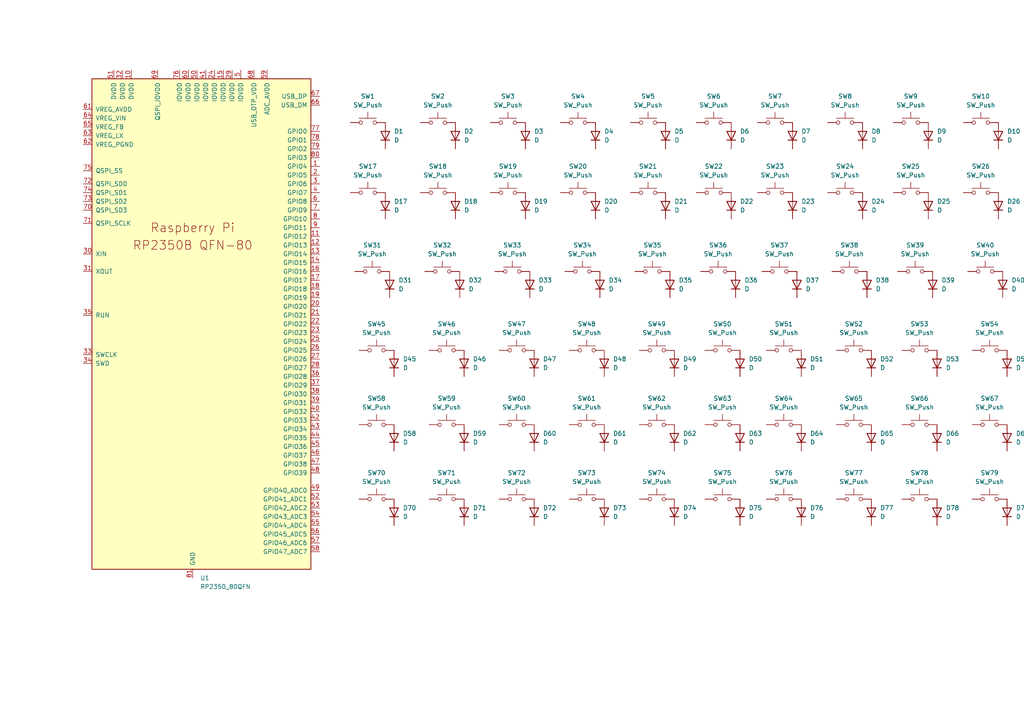
<source format=kicad_sch>
(kicad_sch (version 20250114) (generator "eeschema") (generator_version "9.0")
  (paper "A4")
  (lib_symbols
    (symbol "Device:D" (pin_numbers (hide yes)) (pin_names (offset 1.016) (hide yes))
      (property "Reference" "D" (at 0 2.54 0))
      (property "Value" "D" (at 0 -2.54 0))
      (symbol "D_0_1"
        (polyline (pts (xy -1.27 1.27) (xy -1.27 -1.27)) (stroke (width 0.254)))
        (polyline (pts (xy 1.27 1.27) (xy 1.27 -1.27) (xy -1.27 0) (xy 1.27 1.27)) (stroke (width 0.254)))
        (polyline (pts (xy 1.27 0) (xy -1.27 0)))
      )
      (symbol "D_1_1"
        (pin passive line (at -3.81 0 0) (length 2.54) (name "K") (number "1"))
        (pin passive line (at 3.81 0 180) (length 2.54) (name "A") (number "2"))
      )
    )
    (symbol "MCU_RaspberryPi_RP2350:RP2350_80QFN" (pin_names (offset 1.016))
      (property "Reference" "U" (at -29.21 49.53 0))
      (property "Value" "RP2350_80QFN" (at 25.4 -96.52 0))
      (symbol "RP2350_80QFN_0_0"
        (text "Raspberry Pi" (at 0 5.08 0) (effects (font (size 2.54 2.54))))
      )
      (symbol "RP2350_80QFN_0_1"
        (rectangle (start -29.21 48.26) (end 34.29 -93.98) (stroke (width 0.254)) (fill (type background)))
      )
      (symbol "RP2350_80QFN_1_0"
        (text "RP2350B QFN-80" (at 0 0 0) (effects (font (size 2.54 2.54))))
      )
      (symbol "RP2350_80QFN_1_1"
        (pin power_in line (at -31.75 39.37 0) (length 2.54) (name "VREG_AVDD") (number "61"))
        (pin power_in line (at -31.75 36.83 0) (length 2.54) (name "VREG_VIN") (number "64"))
        (pin input line (at -31.75 34.29 0) (length 2.54) (name "VREG_FB") (number "65"))
        (pin power_out line (at -31.75 31.75 0) (length 2.54) (name "VREG_LX") (number "63"))
        (pin power_in line (at -31.75 29.21 0) (length 2.54) (name "VREG_PGND") (number "62"))
        (pin bidirectional line (at -31.75 21.59 0) (length 2.54) (name "QSPI_SS") (number "75"))
        (pin bidirectional line (at -31.75 17.78 0) (length 2.54) (name "QSPI_SD0") (number "72"))
        (pin bidirectional line (at -31.75 15.24 0) (length 2.54) (name "QSPI_SD1") (number "74"))
        (pin bidirectional line (at -31.75 12.7 0) (length 2.54) (name "QSPI_SD2") (number "73"))
        (pin bidirectional line (at -31.75 10.16 0) (length 2.54) (name "QSPI_SD3") (number "70"))
        (pin output line (at -31.75 6.35 0) (length 2.54) (name "QSPI_SCLK") (number "71"))
        (pin input line (at -31.75 -2.54 0) (length 2.54) (name "XIN") (number "30"))
        (pin passive line (at -31.75 -7.62 0) (length 2.54) (name "XOUT") (number "31"))
        (pin input line (at -31.75 -20.32 0) (length 2.54) (name "RUN") (number "35"))
        (pin output line (at -31.75 -31.75 0) (length 2.54) (name "SWCLK") (number "33"))
        (pin bidirectional line (at -31.75 -34.29 0) (length 2.54) (name "SWD") (number "34"))
        (pin power_in line (at -22.86 50.8 270) (length 2.54) (name "DVDD") (number "51"))
        (pin power_in line (at -20.32 50.8 270) (length 2.54) (name "DVDD") (number "32"))
        (pin power_in line (at -17.78 50.8 270) (length 2.54) (name "DVDD") (number "10"))
        (pin power_in line (at -10.16 50.8 270) (length 2.54) (name "QSPI_IOVDD") (number "69"))
        (pin power_in line (at -3.81 50.8 270) (length 2.54) (name "IOVDD") (number "76"))
        (pin power_in line (at -1.27 50.8 270) (length 2.54) (name "IOVDD") (number "60"))
        (pin power_in line (at 0 -96.52 90) (length 2.54) (name "GND") (number "81"))
        (pin power_in line (at 1.27 50.8 270) (length 2.54) (name "IOVDD") (number "50"))
        (pin power_in line (at 3.81 50.8 270) (length 2.54) (name "IOVDD") (number "41"))
        (pin power_in line (at 6.35 50.8 270) (length 2.54) (name "IOVDD") (number "24"))
        (pin power_in line (at 8.89 50.8 270) (length 2.54) (name "IOVDD") (number "15"))
        (pin power_in line (at 11.43 50.8 270) (length 2.54) (name "IOVDD") (number "29"))
        (pin power_in line (at 13.97 50.8 270) (length 2.54) (name "IOVDD") (number "5"))
        (pin power_in line (at 17.78 50.8 270) (length 2.54) (name "USB_OTP_VDD") (number "68"))
        (pin power_in line (at 21.59 50.8 270) (length 2.54) (name "ADC_AVDD") (number "59"))
        (pin bidirectional line (at 36.83 43.18 180) (length 2.54) (name "USB_DP") (number "67"))
        (pin bidirectional line (at 36.83 40.64 180) (length 2.54) (name "USB_DM") (number "66"))
        (pin bidirectional line (at 36.83 33.02 180) (length 2.54) (name "GPIO0") (number "77"))
        (pin bidirectional line (at 36.83 30.48 180) (length 2.54) (name "GPIO1") (number "78"))
        (pin bidirectional line (at 36.83 27.94 180) (length 2.54) (name "GPIO2") (number "79"))
        (pin bidirectional line (at 36.83 25.4 180) (length 2.54) (name "GPIO3") (number "80"))
        (pin bidirectional line (at 36.83 22.86 180) (length 2.54) (name "GPIO4") (number "1"))
        (pin bidirectional line (at 36.83 20.32 180) (length 2.54) (name "GPIO5") (number "2"))
        (pin bidirectional line (at 36.83 17.78 180) (length 2.54) (name "GPIO6") (number "3"))
        (pin bidirectional line (at 36.83 15.24 180) (length 2.54) (name "GPIO7") (number "4"))
        (pin bidirectional line (at 36.83 12.7 180) (length 2.54) (name "GPIO8") (number "6"))
        (pin bidirectional line (at 36.83 10.16 180) (length 2.54) (name "GPIO9") (number "7"))
        (pin bidirectional line (at 36.83 7.62 180) (length 2.54) (name "GPIO10") (number "8"))
        (pin bidirectional line (at 36.83 5.08 180) (length 2.54) (name "GPIO11") (number "9"))
        (pin bidirectional line (at 36.83 2.54 180) (length 2.54) (name "GPIO12") (number "11"))
        (pin bidirectional line (at 36.83 0 180) (length 2.54) (name "GPIO13") (number "12"))
        (pin bidirectional line (at 36.83 -2.54 180) (length 2.54) (name "GPIO14") (number "13"))
        (pin bidirectional line (at 36.83 -5.08 180) (length 2.54) (name "GPIO15") (number "14"))
        (pin bidirectional line (at 36.83 -7.62 180) (length 2.54) (name "GPIO16") (number "16"))
        (pin bidirectional line (at 36.83 -10.16 180) (length 2.54) (name "GPIO17") (number "17"))
        (pin bidirectional line (at 36.83 -12.7 180) (length 2.54) (name "GPIO18") (number "18"))
        (pin bidirectional line (at 36.83 -15.24 180) (length 2.54) (name "GPIO19") (number "19"))
        (pin bidirectional line (at 36.83 -17.78 180) (length 2.54) (name "GPIO20") (number "20"))
        (pin bidirectional line (at 36.83 -20.32 180) (length 2.54) (name "GPIO21") (number "21"))
        (pin bidirectional line (at 36.83 -22.86 180) (length 2.54) (name "GPIO22") (number "22"))
        (pin bidirectional line (at 36.83 -25.4 180) (length 2.54) (name "GPIO23") (number "23"))
        (pin bidirectional line (at 36.83 -27.94 180) (length 2.54) (name "GPIO24") (number "25"))
        (pin bidirectional line (at 36.83 -30.48 180) (length 2.54) (name "GPIO25") (number "26"))
        (pin bidirectional line (at 36.83 -33.02 180) (length 2.54) (name "GPIO26") (number "27"))
        (pin bidirectional line (at 36.83 -35.56 180) (length 2.54) (name "GPIO27") (number "28"))
        (pin bidirectional line (at 36.83 -38.1 180) (length 2.54) (name "GPIO28") (number "36"))
        (pin bidirectional line (at 36.83 -40.64 180) (length 2.54) (name "GPIO29") (number "37"))
        (pin bidirectional line (at 36.83 -43.18 180) (length 2.54) (name "GPIO30") (number "38"))
        (pin bidirectional line (at 36.83 -45.72 180) (length 2.54) (name "GPIO31") (number "39"))
        (pin bidirectional line (at 36.83 -48.26 180) (length 2.54) (name "GPIO32") (number "40"))
        (pin bidirectional line (at 36.83 -50.8 180) (length 2.54) (name "GPIO33") (number "42"))
        (pin bidirectional line (at 36.83 -53.34 180) (length 2.54) (name "GPIO34") (number "43"))
        (pin bidirectional line (at 36.83 -55.88 180) (length 2.54) (name "GPIO35") (number "44"))
        (pin bidirectional line (at 36.83 -58.42 180) (length 2.54) (name "GPIO36") (number "45"))
        (pin bidirectional line (at 36.83 -60.96 180) (length 2.54) (name "GPIO37") (number "46"))
        (pin bidirectional line (at 36.83 -63.5 180) (length 2.54) (name "GPIO38") (number "47"))
        (pin bidirectional line (at 36.83 -66.04 180) (length 2.54) (name "GPIO39") (number "48"))
        (pin bidirectional line (at 36.83 -71.12 180) (length 2.54) (name "GPIO40_ADC0") (number "49"))
        (pin bidirectional line (at 36.83 -73.66 180) (length 2.54) (name "GPIO41_ADC1") (number "52"))
        (pin bidirectional line (at 36.83 -76.2 180) (length 2.54) (name "GPIO42_ADC2") (number "53"))
        (pin bidirectional line (at 36.83 -78.74 180) (length 2.54) (name "GPIO43_ADC3") (number "54"))
        (pin bidirectional line (at 36.83 -81.28 180) (length 2.54) (name "GPIO44_ADC4") (number "55"))
        (pin bidirectional line (at 36.83 -83.82 180) (length 2.54) (name "GPIO45_ADC5") (number "56"))
        (pin bidirectional line (at 36.83 -86.36 180) (length 2.54) (name "GPIO46_ADC6") (number "57"))
        (pin bidirectional line (at 36.83 -88.9 180) (length 2.54) (name "GPIO47_ADC7") (number "58"))
      )
    )
    (symbol "Switch:SW_Push" (pin_numbers (hide yes)) (pin_names (offset 1.016) (hide yes))
      (property "Reference" "SW" (at 1.27 2.54 0))
      (property "Value" "SW_Push" (at 0 -1.524 0))
      (symbol "SW_Push_0_1"
        (circle (center -2.032 0) (radius 0.508))
        (polyline (pts (xy 0 1.27) (xy 0 3.048)))
        (circle (center 2.032 0) (radius 0.508))
        (polyline (pts (xy 2.54 1.27) (xy -2.54 1.27)))
        (pin passive line (at -5.08 0 0) (length 2.54) (name "1") (number "1"))
        (pin passive line (at 5.08 0 180) (length 2.54) (name "2") (number "2"))
      )
    )
  )
  (symbol (lib_id "Switch:SW_Push") (at 127 55.88 0) (unit 1)
    (property "Reference" "SW18" (at 127 48.26 0))
    (property "Value" "SW_Push" (at 127 50.8 0))
    (property "Description" "Push button switch, generic, two pins" (effects (hide yes)))
  )
  (symbol (lib_id "Switch:SW_Push") (at 147.32 35.56 0) (unit 1)
    (property "Reference" "SW3" (at 147.32 27.94 0))
    (property "Value" "SW_Push" (at 147.32 30.48 0))
    (property "Description" "Push button switch, generic, two pins" (effects (hide yes)))
  )
  (symbol (lib_id "Switch:SW_Push") (at 266.7 144.78 0) (unit 1)
    (property "Reference" "SW78" (at 266.7 137.16 0))
    (property "Value" "SW_Push" (at 266.7 139.7 0))
    (property "Description" "Push button switch, generic, two pins" (effects (hide yes)))
  )
  (symbol (lib_id "Switch:SW_Push") (at 308.61 144.78 0) (unit 1)
    (property "Reference" "SW80" (at 308.61 137.16 0))
    (property "Value" "SW_Push" (at 308.61 139.7 0))
    (property "Description" "Push button switch, generic, two pins" (effects (hide yes)))
  )
  (symbol (lib_id "Device:D") (at 331.47 39.37 90) (unit 1)
    (property "Reference" "D12" (at 334.01 38.0999 90) (effects (justify right)))
    (property "Value" "D" (at 334.01 40.6399 90) (effects (justify right)))
    (property "Description" "Diode" (effects (hide yes)))
    (property "Sim.Device" "D" (effects (hide yes)))
    (property "Sim.Pins" "1=K 2=A" (effects (hide yes)))
  )
  (symbol (lib_id "Device:D") (at 175.26 127 90) (unit 1)
    (property "Reference" "D61" (at 177.8 125.7299 90) (effects (justify right)))
    (property "Value" "D" (at 177.8 128.2699 90) (effects (justify right)))
    (property "Description" "Diode" (effects (hide yes)))
    (property "Sim.Device" "D" (effects (hide yes)))
    (property "Sim.Pins" "1=K 2=A" (effects (hide yes)))
  )
  (symbol (lib_id "Switch:SW_Push") (at 266.7 123.19 0) (unit 1)
    (property "Reference" "SW66" (at 266.7 115.57 0))
    (property "Value" "SW_Push" (at 266.7 118.11 0))
    (property "Description" "Push button switch, generic, two pins" (effects (hide yes)))
  )
  (symbol (lib_id "Switch:SW_Push") (at 308.61 123.19 0) (unit 1)
    (property "Reference" "SW68" (at 308.61 115.57 0))
    (property "Value" "SW_Push" (at 308.61 118.11 0))
    (property "Description" "Push button switch, generic, two pins" (effects (hide yes)))
  )
  (symbol (lib_id "Device:D") (at 271.78 105.41 90) (unit 1)
    (property "Reference" "D53" (at 274.32 104.1399 90) (effects (justify right)))
    (property "Value" "D" (at 274.32 106.6799 90) (effects (justify right)))
    (property "Description" "Diode" (effects (hide yes)))
    (property "Sim.Device" "D" (effects (hide yes)))
    (property "Sim.Pins" "1=K 2=A" (effects (hide yes)))
  )
  (symbol (lib_id "Device:D") (at 289.56 59.69 90) (unit 1)
    (property "Reference" "D26" (at 292.1 58.4199 90) (effects (justify right)))
    (property "Value" "D" (at 292.1 60.9599 90) (effects (justify right)))
    (property "Description" "Diode" (effects (hide yes)))
    (property "Sim.Device" "D" (effects (hide yes)))
    (property "Sim.Pins" "1=K 2=A" (effects (hide yes)))
  )
  (symbol (lib_id "Device:D") (at 111.76 59.69 90) (unit 1)
    (property "Reference" "D17" (at 114.3 58.4199 90) (effects (justify right)))
    (property "Value" "D" (at 114.3 60.9599 90) (effects (justify right)))
    (property "Description" "Diode" (effects (hide yes)))
    (property "Sim.Device" "D" (effects (hide yes)))
    (property "Sim.Pins" "1=K 2=A" (effects (hide yes)))
  )
  (symbol (lib_id "Device:D") (at 271.78 127 90) (unit 1)
    (property "Reference" "D66" (at 274.32 125.7299 90) (effects (justify right)))
    (property "Value" "D" (at 274.32 128.2699 90) (effects (justify right)))
    (property "Description" "Diode" (effects (hide yes)))
    (property "Sim.Device" "D" (effects (hide yes)))
    (property "Sim.Pins" "1=K 2=A" (effects (hide yes)))
  )
  (symbol (lib_id "Device:D") (at 134.62 148.59 90) (unit 1)
    (property "Reference" "D71" (at 137.16 147.3199 90) (effects (justify right)))
    (property "Value" "D" (at 137.16 149.8599 90) (effects (justify right)))
    (property "Description" "Diode" (effects (hide yes)))
    (property "Sim.Device" "D" (effects (hide yes)))
    (property "Sim.Pins" "1=K 2=A" (effects (hide yes)))
  )
  (symbol (lib_id "Switch:SW_Push") (at 327.66 78.74 0) (unit 1)
    (property "Reference" "SW42" (at 327.66 71.12 0))
    (property "Value" "SW_Push" (at 327.66 73.66 0))
    (property "Description" "Push button switch, generic, two pins" (effects (hide yes)))
  )
  (symbol (lib_id "Switch:SW_Push") (at 328.93 101.6 0) (unit 1)
    (property "Reference" "SW56" (at 328.93 93.98 0))
    (property "Value" "SW_Push" (at 328.93 96.52 0))
    (property "Description" "Push button switch, generic, two pins" (effects (hide yes)))
  )
  (symbol (lib_id "Switch:SW_Push") (at 264.16 55.88 0) (unit 1)
    (property "Reference" "SW25" (at 264.16 48.26 0))
    (property "Value" "SW_Push" (at 264.16 50.8 0))
    (property "Description" "Push button switch, generic, two pins" (effects (hide yes)))
  )
  (symbol (lib_id "Switch:SW_Push") (at 226.06 78.74 0) (unit 1)
    (property "Reference" "SW37" (at 226.06 71.12 0))
    (property "Value" "SW_Push" (at 226.06 73.66 0))
    (property "Description" "Push button switch, generic, two pins" (effects (hide yes)))
  )
  (symbol (lib_id "Device:D") (at 214.63 105.41 90) (unit 1)
    (property "Reference" "D50" (at 217.17 104.1399 90) (effects (justify right)))
    (property "Value" "D" (at 217.17 106.6799 90) (effects (justify right)))
    (property "Description" "Diode" (effects (hide yes)))
    (property "Sim.Device" "D" (effects (hide yes)))
    (property "Sim.Pins" "1=K 2=A" (effects (hide yes)))
  )
  (symbol (lib_id "Device:D") (at 332.74 82.55 90) (unit 1)
    (property "Reference" "D42" (at 335.28 81.2799 90) (effects (justify right)))
    (property "Value" "D" (at 335.28 83.8199 90) (effects (justify right)))
    (property "Description" "Diode" (effects (hide yes)))
    (property "Sim.Device" "D" (effects (hide yes)))
    (property "Sim.Pins" "1=K 2=A" (effects (hide yes)))
  )
  (symbol (lib_id "Device:D") (at 175.26 105.41 90) (unit 1)
    (property "Reference" "D48" (at 177.8 104.1399 90) (effects (justify right)))
    (property "Value" "D" (at 177.8 106.6799 90) (effects (justify right)))
    (property "Description" "Diode" (effects (hide yes)))
    (property "Sim.Device" "D" (effects (hide yes)))
    (property "Sim.Pins" "1=K 2=A" (effects (hide yes)))
  )
  (symbol (lib_id "Switch:SW_Push") (at 326.39 35.56 0) (unit 1)
    (property "Reference" "SW12" (at 326.39 27.94 0))
    (property "Value" "SW_Push" (at 326.39 30.48 0))
    (property "Description" "Push button switch, generic, two pins" (effects (hide yes)))
  )
  (symbol (lib_id "Device:D") (at 214.63 148.59 90) (unit 1)
    (property "Reference" "D75" (at 217.17 147.3199 90) (effects (justify right)))
    (property "Value" "D" (at 217.17 149.8599 90) (effects (justify right)))
    (property "Description" "Diode" (effects (hide yes)))
    (property "Sim.Device" "D" (effects (hide yes)))
    (property "Sim.Pins" "1=K 2=A" (effects (hide yes)))
  )
  (symbol (lib_id "Device:D") (at 252.73 148.59 90) (unit 1)
    (property "Reference" "D77" (at 255.27 147.3199 90) (effects (justify right)))
    (property "Value" "D" (at 255.27 149.8599 90) (effects (justify right)))
    (property "Description" "Diode" (effects (hide yes)))
    (property "Sim.Device" "D" (effects (hide yes)))
    (property "Sim.Pins" "1=K 2=A" (effects (hide yes)))
  )
  (symbol (lib_id "Switch:SW_Push") (at 247.65 101.6 0) (unit 1)
    (property "Reference" "SW52" (at 247.65 93.98 0))
    (property "Value" "SW_Push" (at 247.65 96.52 0))
    (property "Description" "Push button switch, generic, two pins" (effects (hide yes)))
  )
  (symbol (lib_id "Device:D") (at 289.56 39.37 90) (unit 1)
    (property "Reference" "D10" (at 292.1 38.0999 90) (effects (justify right)))
    (property "Value" "D" (at 292.1 40.6399 90) (effects (justify right)))
    (property "Description" "Diode" (effects (hide yes)))
    (property "Sim.Device" "D" (effects (hide yes)))
    (property "Sim.Pins" "1=K 2=A" (effects (hide yes)))
  )
  (symbol (lib_id "Device:D") (at 414.02 39.37 90) (unit 1)
    (property "Reference" "D16" (at 416.56 38.0999 90) (effects (justify right)))
    (property "Value" "D" (at 416.56 40.6399 90) (effects (justify right)))
    (property "Description" "Diode" (effects (hide yes)))
    (property "Sim.Device" "D" (effects (hide yes)))
    (property "Sim.Pins" "1=K 2=A" (effects (hide yes)))
  )
  (symbol (lib_id "Device:D") (at 195.58 127 90) (unit 1)
    (property "Reference" "D62" (at 198.12 125.7299 90) (effects (justify right)))
    (property "Value" "D" (at 198.12 128.2699 90) (effects (justify right)))
    (property "Description" "Diode" (effects (hide yes)))
    (property "Sim.Device" "D" (effects (hide yes)))
    (property "Sim.Pins" "1=K 2=A" (effects (hide yes)))
  )
  (symbol (lib_id "Switch:SW_Push") (at 245.11 35.56 0) (unit 1)
    (property "Reference" "SW8" (at 245.11 27.94 0))
    (property "Value" "SW_Push" (at 245.11 30.48 0))
    (property "Description" "Push button switch, generic, two pins" (effects (hide yes)))
  )
  (symbol (lib_id "Device:D") (at 334.01 105.41 90) (unit 1)
    (property "Reference" "D56" (at 336.55 104.1399 90) (effects (justify right)))
    (property "Value" "D" (at 336.55 106.6799 90) (effects (justify right)))
    (property "Description" "Diode" (effects (hide yes)))
    (property "Sim.Device" "D" (effects (hide yes)))
    (property "Sim.Pins" "1=K 2=A" (effects (hide yes)))
  )
  (symbol (lib_id "Device:D") (at 154.94 148.59 90) (unit 1)
    (property "Reference" "D72" (at 157.48 147.3199 90) (effects (justify right)))
    (property "Value" "D" (at 157.48 149.8599 90) (effects (justify right)))
    (property "Description" "Diode" (effects (hide yes)))
    (property "Sim.Device" "D" (effects (hide yes)))
    (property "Sim.Pins" "1=K 2=A" (effects (hide yes)))
  )
  (symbol (lib_id "Switch:SW_Push") (at 264.16 35.56 0) (unit 1)
    (property "Reference" "SW9" (at 264.16 27.94 0))
    (property "Value" "SW_Push" (at 264.16 30.48 0))
    (property "Description" "Push button switch, generic, two pins" (effects (hide yes)))
  )
  (symbol (lib_id "Switch:SW_Push") (at 266.7 101.6 0) (unit 1)
    (property "Reference" "SW53" (at 266.7 93.98 0))
    (property "Value" "SW_Push" (at 266.7 96.52 0))
    (property "Description" "Push button switch, generic, two pins" (effects (hide yes)))
  )
  (symbol (lib_id "Switch:SW_Push") (at 147.32 55.88 0) (unit 1)
    (property "Reference" "SW19" (at 147.32 48.26 0))
    (property "Value" "SW_Push" (at 147.32 50.8 0))
    (property "Description" "Push button switch, generic, two pins" (effects (hide yes)))
  )
  (symbol (lib_id "Switch:SW_Push") (at 224.79 35.56 0) (unit 1)
    (property "Reference" "SW7" (at 224.79 27.94 0))
    (property "Value" "SW_Push" (at 224.79 30.48 0))
    (property "Description" "Push button switch, generic, two pins" (effects (hide yes)))
  )
  (symbol (lib_id "Switch:SW_Push") (at 346.71 55.88 0) (unit 1)
    (property "Reference" "SW29" (at 346.71 48.26 0))
    (property "Value" "SW_Push" (at 346.71 50.8 0))
    (property "Description" "Push button switch, generic, two pins" (effects (hide yes)))
  )
  (symbol (lib_id "Switch:SW_Push") (at 208.28 78.74 0) (unit 1)
    (property "Reference" "SW36" (at 208.28 71.12 0))
    (property "Value" "SW_Push" (at 208.28 73.66 0))
    (property "Description" "Push button switch, generic, two pins" (effects (hide yes)))
  )
  (symbol (lib_id "Switch:SW_Push") (at 167.64 35.56 0) (unit 1)
    (property "Reference" "SW4" (at 167.64 27.94 0))
    (property "Value" "SW_Push" (at 167.64 30.48 0))
    (property "Description" "Push button switch, generic, two pins" (effects (hide yes)))
  )
  (symbol (lib_id "Device:D") (at 351.79 39.37 90) (unit 1)
    (property "Reference" "D13" (at 354.33 38.0999 90) (effects (justify right)))
    (property "Value" "D" (at 354.33 40.6399 90) (effects (justify right)))
    (property "Description" "Diode" (effects (hide yes)))
    (property "Sim.Device" "D" (effects (hide yes)))
    (property "Sim.Pins" "1=K 2=A" (effects (hide yes)))
  )
  (symbol (lib_id "Switch:SW_Push") (at 308.61 101.6 0) (unit 1)
    (property "Reference" "SW55" (at 308.61 93.98 0))
    (property "Value" "SW_Push" (at 308.61 96.52 0))
    (property "Description" "Push button switch, generic, two pins" (effects (hide yes)))
  )
  (symbol (lib_id "Switch:SW_Push") (at 170.18 123.19 0) (unit 1)
    (property "Reference" "SW61" (at 170.18 115.57 0))
    (property "Value" "SW_Push" (at 170.18 118.11 0))
    (property "Description" "Push button switch, generic, two pins" (effects (hide yes)))
  )
  (symbol (lib_id "Device:D") (at 290.83 82.55 90) (unit 1)
    (property "Reference" "D40" (at 293.37 81.2799 90) (effects (justify right)))
    (property "Value" "D" (at 293.37 83.8199 90) (effects (justify right)))
    (property "Description" "Diode" (effects (hide yes)))
    (property "Sim.Device" "D" (effects (hide yes)))
    (property "Sim.Pins" "1=K 2=A" (effects (hide yes)))
  )
  (symbol (lib_id "Device:D") (at 229.87 59.69 90) (unit 1)
    (property "Reference" "D23" (at 232.41 58.4199 90) (effects (justify right)))
    (property "Value" "D" (at 232.41 60.9599 90) (effects (justify right)))
    (property "Description" "Diode" (effects (hide yes)))
    (property "Sim.Device" "D" (effects (hide yes)))
    (property "Sim.Pins" "1=K 2=A" (effects (hide yes)))
  )
  (symbol (lib_id "Device:D") (at 353.06 82.55 90) (unit 1)
    (property "Reference" "D43" (at 355.6 81.2799 90) (effects (justify right)))
    (property "Value" "D" (at 355.6 83.8199 90) (effects (justify right)))
    (property "Description" "Diode" (effects (hide yes)))
    (property "Sim.Device" "D" (effects (hide yes)))
    (property "Sim.Pins" "1=K 2=A" (effects (hide yes)))
  )
  (symbol (lib_id "Device:D") (at 313.69 127 90) (unit 1)
    (property "Reference" "D68" (at 316.23 125.7299 90) (effects (justify right)))
    (property "Value" "D" (at 316.23 128.2699 90) (effects (justify right)))
    (property "Description" "Diode" (effects (hide yes)))
    (property "Sim.Device" "D" (effects (hide yes)))
    (property "Sim.Pins" "1=K 2=A" (effects (hide yes)))
  )
  (symbol (lib_id "Switch:SW_Push") (at 190.5 123.19 0) (unit 1)
    (property "Reference" "SW62" (at 190.5 115.57 0))
    (property "Value" "SW_Push" (at 190.5 118.11 0))
    (property "Description" "Push button switch, generic, two pins" (effects (hide yes)))
  )
  (symbol (lib_id "Device:D") (at 292.1 105.41 90) (unit 1)
    (property "Reference" "D54" (at 294.64 104.1399 90) (effects (justify right)))
    (property "Value" "D" (at 294.64 106.6799 90) (effects (justify right)))
    (property "Description" "Diode" (effects (hide yes)))
    (property "Sim.Device" "D" (effects (hide yes)))
    (property "Sim.Pins" "1=K 2=A" (effects (hide yes)))
  )
  (symbol (lib_id "Device:D") (at 354.33 105.41 90) (unit 1)
    (property "Reference" "D57" (at 356.87 104.1399 90) (effects (justify right)))
    (property "Value" "D" (at 356.87 106.6799 90) (effects (justify right)))
    (property "Description" "Diode" (effects (hide yes)))
    (property "Sim.Device" "D" (effects (hide yes)))
    (property "Sim.Pins" "1=K 2=A" (effects (hide yes)))
  )
  (symbol (lib_id "Device:D") (at 154.94 127 90) (unit 1)
    (property "Reference" "D60" (at 157.48 125.7299 90) (effects (justify right)))
    (property "Value" "D" (at 157.48 128.2699 90) (effects (justify right)))
    (property "Description" "Diode" (effects (hide yes)))
    (property "Sim.Device" "D" (effects (hide yes)))
    (property "Sim.Pins" "1=K 2=A" (effects (hide yes)))
  )
  (symbol (lib_id "Switch:SW_Push") (at 109.22 123.19 0) (unit 1)
    (property "Reference" "SW58" (at 109.22 115.57 0))
    (property "Value" "SW_Push" (at 109.22 118.11 0))
    (property "Description" "Push button switch, generic, two pins" (effects (hide yes)))
  )
  (symbol (lib_id "Switch:SW_Push") (at 227.33 144.78 0) (unit 1)
    (property "Reference" "SW76" (at 227.33 137.16 0))
    (property "Value" "SW_Push" (at 227.33 139.7 0))
    (property "Description" "Push button switch, generic, two pins" (effects (hide yes)))
  )
  (symbol (lib_id "Switch:SW_Push") (at 408.94 35.56 0) (unit 1)
    (property "Reference" "SW16" (at 408.94 27.94 0))
    (property "Value" "SW_Push" (at 408.94 30.48 0))
    (property "Description" "Push button switch, generic, two pins" (effects (hide yes)))
  )
  (symbol (lib_id "Device:D") (at 269.24 59.69 90) (unit 1)
    (property "Reference" "D25" (at 271.78 58.4199 90) (effects (justify right)))
    (property "Value" "D" (at 271.78 60.9599 90) (effects (justify right)))
    (property "Description" "Diode" (effects (hide yes)))
    (property "Sim.Device" "D" (effects (hide yes)))
    (property "Sim.Pins" "1=K 2=A" (effects (hide yes)))
  )
  (symbol (lib_id "Device:D") (at 251.46 82.55 90) (unit 1)
    (property "Reference" "D38" (at 254 81.2799 90) (effects (justify right)))
    (property "Value" "D" (at 254 83.8199 90) (effects (justify right)))
    (property "Description" "Diode" (effects (hide yes)))
    (property "Sim.Device" "D" (effects (hide yes)))
    (property "Sim.Pins" "1=K 2=A" (effects (hide yes)))
  )
  (symbol (lib_id "Switch:SW_Push") (at 224.79 55.88 0) (unit 1)
    (property "Reference" "SW23" (at 224.79 48.26 0))
    (property "Value" "SW_Push" (at 224.79 50.8 0))
    (property "Description" "Push button switch, generic, two pins" (effects (hide yes)))
  )
  (symbol (lib_id "Device:D") (at 231.14 82.55 90) (unit 1)
    (property "Reference" "D37" (at 233.68 81.2799 90) (effects (justify right)))
    (property "Value" "D" (at 233.68 83.8199 90) (effects (justify right)))
    (property "Description" "Diode" (effects (hide yes)))
    (property "Sim.Device" "D" (effects (hide yes)))
    (property "Sim.Pins" "1=K 2=A" (effects (hide yes)))
  )
  (symbol (lib_id "Device:D") (at 153.67 82.55 90) (unit 1)
    (property "Reference" "D33" (at 156.21 81.2799 90) (effects (justify right)))
    (property "Value" "D" (at 156.21 83.8199 90) (effects (justify right)))
    (property "Description" "Diode" (effects (hide yes)))
    (property "Sim.Device" "D" (effects (hide yes)))
    (property "Sim.Pins" "1=K 2=A" (effects (hide yes)))
  )
  (symbol (lib_id "Device:D") (at 271.78 148.59 90) (unit 1)
    (property "Reference" "D78" (at 274.32 147.3199 90) (effects (justify right)))
    (property "Value" "D" (at 274.32 149.8599 90) (effects (justify right)))
    (property "Description" "Diode" (effects (hide yes)))
    (property "Sim.Device" "D" (effects (hide yes)))
    (property "Sim.Pins" "1=K 2=A" (effects (hide yes)))
  )
  (symbol (lib_id "Device:D") (at 311.15 39.37 90) (unit 1)
    (property "Reference" "D11" (at 313.69 38.0999 90) (effects (justify right)))
    (property "Value" "D" (at 313.69 40.6399 90) (effects (justify right)))
    (property "Description" "Diode" (effects (hide yes)))
    (property "Sim.Device" "D" (effects (hide yes)))
    (property "Sim.Pins" "1=K 2=A" (effects (hide yes)))
  )
  (symbol (lib_id "Switch:SW_Push") (at 388.62 35.56 0) (unit 1)
    (property "Reference" "SW15" (at 388.62 27.94 0))
    (property "Value" "SW_Push" (at 388.62 30.48 0))
    (property "Description" "Push button switch, generic, two pins" (effects (hide yes)))
  )
  (symbol (lib_id "Switch:SW_Push") (at 187.96 55.88 0) (unit 1)
    (property "Reference" "SW21" (at 187.96 48.26 0))
    (property "Value" "SW_Push" (at 187.96 50.8 0))
    (property "Description" "Push button switch, generic, two pins" (effects (hide yes)))
  )
  (symbol (lib_id "Switch:SW_Push") (at 190.5 144.78 0) (unit 1)
    (property "Reference" "SW74" (at 190.5 137.16 0))
    (property "Value" "SW_Push" (at 190.5 139.7 0))
    (property "Description" "Push button switch, generic, two pins" (effects (hide yes)))
  )
  (symbol (lib_id "Device:D") (at 250.19 39.37 90) (unit 1)
    (property "Reference" "D8" (at 252.73 38.0999 90) (effects (justify right)))
    (property "Value" "D" (at 252.73 40.6399 90) (effects (justify right)))
    (property "Description" "Diode" (effects (hide yes)))
    (property "Sim.Device" "D" (effects (hide yes)))
    (property "Sim.Pins" "1=K 2=A" (effects (hide yes)))
  )
  (symbol (lib_id "Device:D") (at 114.3 105.41 90) (unit 1)
    (property "Reference" "D45" (at 116.84 104.1399 90) (effects (justify right)))
    (property "Value" "D" (at 116.84 106.6799 90) (effects (justify right)))
    (property "Description" "Diode" (effects (hide yes)))
    (property "Sim.Device" "D" (effects (hide yes)))
    (property "Sim.Pins" "1=K 2=A" (effects (hide yes)))
  )
  (symbol (lib_id "Device:D") (at 172.72 39.37 90) (unit 1)
    (property "Reference" "D4" (at 175.26 38.0999 90) (effects (justify right)))
    (property "Value" "D" (at 175.26 40.6399 90) (effects (justify right)))
    (property "Description" "Diode" (effects (hide yes)))
    (property "Sim.Device" "D" (effects (hide yes)))
    (property "Sim.Pins" "1=K 2=A" (effects (hide yes)))
  )
  (symbol (lib_id "Device:D") (at 313.69 105.41 90) (unit 1)
    (property "Reference" "D55" (at 316.23 104.1399 90) (effects (justify right)))
    (property "Value" "D" (at 316.23 106.6799 90) (effects (justify right)))
    (property "Description" "Diode" (effects (hide yes)))
    (property "Sim.Device" "D" (effects (hide yes)))
    (property "Sim.Pins" "1=K 2=A" (effects (hide yes)))
  )
  (symbol (lib_id "Device:D") (at 212.09 39.37 90) (unit 1)
    (property "Reference" "D6" (at 214.63 38.0999 90) (effects (justify right)))
    (property "Value" "D" (at 214.63 40.6399 90) (effects (justify right)))
    (property "Description" "Diode" (effects (hide yes)))
    (property "Sim.Device" "D" (effects (hide yes)))
    (property "Sim.Pins" "1=K 2=A" (effects (hide yes)))
  )
  (symbol (lib_id "Switch:SW_Push") (at 347.98 78.74 0) (unit 1)
    (property "Reference" "SW43" (at 347.98 71.12 0))
    (property "Value" "SW_Push" (at 347.98 73.66 0))
    (property "Description" "Push button switch, generic, two pins" (effects (hide yes)))
  )
  (symbol (lib_id "Switch:SW_Push") (at 149.86 101.6 0) (unit 1)
    (property "Reference" "SW47" (at 149.86 93.98 0))
    (property "Value" "SW_Push" (at 149.86 96.52 0))
    (property "Description" "Push button switch, generic, two pins" (effects (hide yes)))
  )
  (symbol (lib_id "Device:D") (at 154.94 105.41 90) (unit 1)
    (property "Reference" "D47" (at 157.48 104.1399 90) (effects (justify right)))
    (property "Value" "D" (at 157.48 106.6799 90) (effects (justify right)))
    (property "Description" "Diode" (effects (hide yes)))
    (property "Sim.Device" "D" (effects (hide yes)))
    (property "Sim.Pins" "1=K 2=A" (effects (hide yes)))
  )
  (symbol (lib_id "Switch:SW_Push") (at 227.33 123.19 0) (unit 1)
    (property "Reference" "SW64" (at 227.33 115.57 0))
    (property "Value" "SW_Push" (at 227.33 118.11 0))
    (property "Description" "Push button switch, generic, two pins" (effects (hide yes)))
  )
  (symbol (lib_id "Device:D") (at 292.1 127 90) (unit 1)
    (property "Reference" "D67" (at 294.64 125.7299 90) (effects (justify right)))
    (property "Value" "D" (at 294.64 128.2699 90) (effects (justify right)))
    (property "Description" "Diode" (effects (hide yes)))
    (property "Sim.Device" "D" (effects (hide yes)))
    (property "Sim.Pins" "1=K 2=A" (effects (hide yes)))
  )
  (symbol (lib_id "Device:D") (at 229.87 39.37 90) (unit 1)
    (property "Reference" "D7" (at 232.41 38.0999 90) (effects (justify right)))
    (property "Value" "D" (at 232.41 40.6399 90) (effects (justify right)))
    (property "Description" "Diode" (effects (hide yes)))
    (property "Sim.Device" "D" (effects (hide yes)))
    (property "Sim.Pins" "1=K 2=A" (effects (hide yes)))
  )
  (symbol (lib_id "Device:D") (at 193.04 59.69 90) (unit 1)
    (property "Reference" "D21" (at 195.58 58.4199 90) (effects (justify right)))
    (property "Value" "D" (at 195.58 60.9599 90) (effects (justify right)))
    (property "Description" "Diode" (effects (hide yes)))
    (property "Sim.Device" "D" (effects (hide yes)))
    (property "Sim.Pins" "1=K 2=A" (effects (hide yes)))
  )
  (symbol (lib_id "Device:D") (at 351.79 59.69 90) (unit 1)
    (property "Reference" "D29" (at 354.33 58.4199 90) (effects (justify right)))
    (property "Value" "D" (at 354.33 60.9599 90) (effects (justify right)))
    (property "Description" "Diode" (effects (hide yes)))
    (property "Sim.Device" "D" (effects (hide yes)))
    (property "Sim.Pins" "1=K 2=A" (effects (hide yes)))
  )
  (symbol (lib_id "Device:D") (at 250.19 59.69 90) (unit 1)
    (property "Reference" "D24" (at 252.73 58.4199 90) (effects (justify right)))
    (property "Value" "D" (at 252.73 60.9599 90) (effects (justify right)))
    (property "Description" "Diode" (effects (hide yes)))
    (property "Sim.Device" "D" (effects (hide yes)))
    (property "Sim.Pins" "1=K 2=A" (effects (hide yes)))
  )
  (symbol (lib_id "Switch:SW_Push") (at 328.93 123.19 0) (unit 1)
    (property "Reference" "SW69" (at 328.93 115.57 0))
    (property "Value" "SW_Push" (at 328.93 118.11 0))
    (property "Description" "Push button switch, generic, two pins" (effects (hide yes)))
  )
  (symbol (lib_id "Switch:SW_Push") (at 367.03 55.88 0) (unit 1)
    (property "Reference" "SW30" (at 367.03 48.26 0))
    (property "Value" "SW_Push" (at 367.03 50.8 0))
    (property "Description" "Push button switch, generic, two pins" (effects (hide yes)))
  )
  (symbol (lib_id "Device:D") (at 134.62 127 90) (unit 1)
    (property "Reference" "D59" (at 137.16 125.7299 90) (effects (justify right)))
    (property "Value" "D" (at 137.16 128.2699 90) (effects (justify right)))
    (property "Description" "Diode" (effects (hide yes)))
    (property "Sim.Device" "D" (effects (hide yes)))
    (property "Sim.Pins" "1=K 2=A" (effects (hide yes)))
  )
  (symbol (lib_id "Switch:SW_Push") (at 247.65 144.78 0) (unit 1)
    (property "Reference" "SW77" (at 247.65 137.16 0))
    (property "Value" "SW_Push" (at 247.65 139.7 0))
    (property "Description" "Push button switch, generic, two pins" (effects (hide yes)))
  )
  (symbol (lib_id "Device:D") (at 133.35 82.55 90) (unit 1)
    (property "Reference" "D32" (at 135.89 81.2799 90) (effects (justify right)))
    (property "Value" "D" (at 135.89 83.8199 90) (effects (justify right)))
    (property "Description" "Diode" (effects (hide yes)))
    (property "Sim.Device" "D" (effects (hide yes)))
    (property "Sim.Pins" "1=K 2=A" (effects (hide yes)))
  )
  (symbol (lib_id "Switch:SW_Push") (at 168.91 78.74 0) (unit 1)
    (property "Reference" "SW34" (at 168.91 71.12 0))
    (property "Value" "SW_Push" (at 168.91 73.66 0))
    (property "Description" "Push button switch, generic, two pins" (effects (hide yes)))
  )
  (symbol (lib_id "Switch:SW_Push") (at 306.07 55.88 0) (unit 1)
    (property "Reference" "SW27" (at 306.07 48.26 0))
    (property "Value" "SW_Push" (at 306.07 50.8 0))
    (property "Description" "Push button switch, generic, two pins" (effects (hide yes)))
  )
  (symbol (lib_id "Device:D") (at 114.3 148.59 90) (unit 1)
    (property "Reference" "D70" (at 116.84 147.3199 90) (effects (justify right)))
    (property "Value" "D" (at 116.84 149.8599 90) (effects (justify right)))
    (property "Description" "Diode" (effects (hide yes)))
    (property "Sim.Device" "D" (effects (hide yes)))
    (property "Sim.Pins" "1=K 2=A" (effects (hide yes)))
  )
  (symbol (lib_id "Switch:SW_Push") (at 287.02 123.19 0) (unit 1)
    (property "Reference" "SW67" (at 287.02 115.57 0))
    (property "Value" "SW_Push" (at 287.02 118.11 0))
    (property "Description" "Push button switch, generic, two pins" (effects (hide yes)))
  )
  (symbol (lib_id "Device:D") (at 331.47 59.69 90) (unit 1)
    (property "Reference" "D28" (at 334.01 58.4199 90) (effects (justify right)))
    (property "Value" "D" (at 334.01 60.9599 90) (effects (justify right)))
    (property "Description" "Diode" (effects (hide yes)))
    (property "Sim.Device" "D" (effects (hide yes)))
    (property "Sim.Pins" "1=K 2=A" (effects (hide yes)))
  )
  (symbol (lib_id "Switch:SW_Push") (at 189.23 78.74 0) (unit 1)
    (property "Reference" "SW35" (at 189.23 71.12 0))
    (property "Value" "SW_Push" (at 189.23 73.66 0))
    (property "Description" "Push button switch, generic, two pins" (effects (hide yes)))
  )
  (symbol (lib_id "Switch:SW_Push") (at 227.33 101.6 0) (unit 1)
    (property "Reference" "SW51" (at 227.33 93.98 0))
    (property "Value" "SW_Push" (at 227.33 96.52 0))
    (property "Description" "Push button switch, generic, two pins" (effects (hide yes)))
  )
  (symbol (lib_id "Switch:SW_Push") (at 346.71 35.56 0) (unit 1)
    (property "Reference" "SW13" (at 346.71 27.94 0))
    (property "Value" "SW_Push" (at 346.71 30.48 0))
    (property "Description" "Push button switch, generic, two pins" (effects (hide yes)))
  )
  (symbol (lib_id "Device:D") (at 214.63 127 90) (unit 1)
    (property "Reference" "D63" (at 217.17 125.7299 90) (effects (justify right)))
    (property "Value" "D" (at 217.17 128.2699 90) (effects (justify right)))
    (property "Description" "Diode" (effects (hide yes)))
    (property "Sim.Device" "D" (effects (hide yes)))
    (property "Sim.Pins" "1=K 2=A" (effects (hide yes)))
  )
  (symbol (lib_id "Switch:SW_Push") (at 149.86 144.78 0) (unit 1)
    (property "Reference" "SW72" (at 149.86 137.16 0))
    (property "Value" "SW_Push" (at 149.86 139.7 0))
    (property "Description" "Push button switch, generic, two pins" (effects (hide yes)))
  )
  (symbol (lib_id "Device:D") (at 195.58 105.41 90) (unit 1)
    (property "Reference" "D49" (at 198.12 104.1399 90) (effects (justify right)))
    (property "Value" "D" (at 198.12 106.6799 90) (effects (justify right)))
    (property "Description" "Diode" (effects (hide yes)))
    (property "Sim.Device" "D" (effects (hide yes)))
    (property "Sim.Pins" "1=K 2=A" (effects (hide yes)))
  )
  (symbol (lib_id "Switch:SW_Push") (at 247.65 123.19 0) (unit 1)
    (property "Reference" "SW65" (at 247.65 115.57 0))
    (property "Value" "SW_Push" (at 247.65 118.11 0))
    (property "Description" "Push button switch, generic, two pins" (effects (hide yes)))
  )
  (symbol (lib_id "Switch:SW_Push") (at 246.38 78.74 0) (unit 1)
    (property "Reference" "SW38" (at 246.38 71.12 0))
    (property "Value" "SW_Push" (at 246.38 73.66 0))
    (property "Description" "Push button switch, generic, two pins" (effects (hide yes)))
  )
  (symbol (lib_id "Switch:SW_Push") (at 170.18 101.6 0) (unit 1)
    (property "Reference" "SW48" (at 170.18 93.98 0))
    (property "Value" "SW_Push" (at 170.18 96.52 0))
    (property "Description" "Push button switch, generic, two pins" (effects (hide yes)))
  )
  (symbol (lib_id "Switch:SW_Push") (at 190.5 101.6 0) (unit 1)
    (property "Reference" "SW49" (at 190.5 93.98 0))
    (property "Value" "SW_Push" (at 190.5 96.52 0))
    (property "Description" "Push button switch, generic, two pins" (effects (hide yes)))
  )
  (symbol (lib_id "Switch:SW_Push") (at 107.95 78.74 0) (unit 1)
    (property "Reference" "SW31" (at 107.95 71.12 0))
    (property "Value" "SW_Push" (at 107.95 73.66 0))
    (property "Description" "Push button switch, generic, two pins" (effects (hide yes)))
  )
  (symbol (lib_id "Switch:SW_Push") (at 287.02 144.78 0) (unit 1)
    (property "Reference" "SW79" (at 287.02 137.16 0))
    (property "Value" "SW_Push" (at 287.02 139.7 0))
    (property "Description" "Push button switch, generic, two pins" (effects (hide yes)))
  )
  (symbol (lib_id "Switch:SW_Push") (at 129.54 144.78 0) (unit 1)
    (property "Reference" "SW71" (at 129.54 137.16 0))
    (property "Value" "SW_Push" (at 129.54 139.7 0))
    (property "Description" "Push button switch, generic, two pins" (effects (hide yes)))
  )
  (symbol (lib_id "Switch:SW_Push") (at 187.96 35.56 0) (unit 1)
    (property "Reference" "SW5" (at 187.96 27.94 0))
    (property "Value" "SW_Push" (at 187.96 30.48 0))
    (property "Description" "Push button switch, generic, two pins" (effects (hide yes)))
  )
  (symbol (lib_id "Device:D") (at 334.01 127 90) (unit 1)
    (property "Reference" "D69" (at 336.55 125.7299 90) (effects (justify right)))
    (property "Value" "D" (at 336.55 128.2699 90) (effects (justify right)))
    (property "Description" "Diode" (effects (hide yes)))
    (property "Sim.Device" "D" (effects (hide yes)))
    (property "Sim.Pins" "1=K 2=A" (effects (hide yes)))
  )
  (symbol (lib_id "Device:D") (at 232.41 127 90) (unit 1)
    (property "Reference" "D64" (at 234.95 125.7299 90) (effects (justify right)))
    (property "Value" "D" (at 234.95 128.2699 90) (effects (justify right)))
    (property "Description" "Diode" (effects (hide yes)))
    (property "Sim.Device" "D" (effects (hide yes)))
    (property "Sim.Pins" "1=K 2=A" (effects (hide yes)))
  )
  (symbol (lib_id "Device:D") (at 113.03 82.55 90) (unit 1)
    (property "Reference" "D31" (at 115.57 81.2799 90) (effects (justify right)))
    (property "Value" "D" (at 115.57 83.8199 90) (effects (justify right)))
    (property "Description" "Diode" (effects (hide yes)))
    (property "Sim.Device" "D" (effects (hide yes)))
    (property "Sim.Pins" "1=K 2=A" (effects (hide yes)))
  )
  (symbol (lib_id "Switch:SW_Push") (at 207.01 55.88 0) (unit 1)
    (property "Reference" "SW22" (at 207.01 48.26 0))
    (property "Value" "SW_Push" (at 207.01 50.8 0))
    (property "Description" "Push button switch, generic, two pins" (effects (hide yes)))
  )
  (symbol (lib_id "Switch:SW_Push") (at 245.11 55.88 0) (unit 1)
    (property "Reference" "SW24" (at 245.11 48.26 0))
    (property "Value" "SW_Push" (at 245.11 50.8 0))
    (property "Description" "Push button switch, generic, two pins" (effects (hide yes)))
  )
  (symbol (lib_id "Switch:SW_Push") (at 109.22 144.78 0) (unit 1)
    (property "Reference" "SW70" (at 109.22 137.16 0))
    (property "Value" "SW_Push" (at 109.22 139.7 0))
    (property "Description" "Push button switch, generic, two pins" (effects (hide yes)))
  )
  (symbol (lib_id "Switch:SW_Push") (at 106.68 55.88 0) (unit 1)
    (property "Reference" "SW17" (at 106.68 48.26 0))
    (property "Value" "SW_Push" (at 106.68 50.8 0))
    (property "Description" "Push button switch, generic, two pins" (effects (hide yes)))
  )
  (symbol (lib_id "Switch:SW_Push") (at 167.64 55.88 0) (unit 1)
    (property "Reference" "SW20" (at 167.64 48.26 0))
    (property "Value" "SW_Push" (at 167.64 50.8 0))
    (property "Description" "Push button switch, generic, two pins" (effects (hide yes)))
  )
  (symbol (lib_id "Device:D") (at 232.41 105.41 90) (unit 1)
    (property "Reference" "D51" (at 234.95 104.1399 90) (effects (justify right)))
    (property "Value" "D" (at 234.95 106.6799 90) (effects (justify right)))
    (property "Description" "Diode" (effects (hide yes)))
    (property "Sim.Device" "D" (effects (hide yes)))
    (property "Sim.Pins" "1=K 2=A" (effects (hide yes)))
  )
  (symbol (lib_id "Device:D") (at 312.42 82.55 90) (unit 1)
    (property "Reference" "D41" (at 314.96 81.2799 90) (effects (justify right)))
    (property "Value" "D" (at 314.96 83.8199 90) (effects (justify right)))
    (property "Description" "Diode" (effects (hide yes)))
    (property "Sim.Device" "D" (effects (hide yes)))
    (property "Sim.Pins" "1=K 2=A" (effects (hide yes)))
  )
  (symbol (lib_id "Device:D") (at 193.04 39.37 90) (unit 1)
    (property "Reference" "D5" (at 195.58 38.0999 90) (effects (justify right)))
    (property "Value" "D" (at 195.58 40.6399 90) (effects (justify right)))
    (property "Description" "Diode" (effects (hide yes)))
    (property "Sim.Device" "D" (effects (hide yes)))
    (property "Sim.Pins" "1=K 2=A" (effects (hide yes)))
  )
  (symbol (lib_id "Device:D") (at 372.11 39.37 90) (unit 1)
    (property "Reference" "D14" (at 374.65 38.0999 90) (effects (justify right)))
    (property "Value" "D" (at 374.65 40.6399 90) (effects (justify right)))
    (property "Description" "Diode" (effects (hide yes)))
    (property "Sim.Device" "D" (effects (hide yes)))
    (property "Sim.Pins" "1=K 2=A" (effects (hide yes)))
  )
  (symbol (lib_id "Device:D") (at 195.58 148.59 90) (unit 1)
    (property "Reference" "D74" (at 198.12 147.3199 90) (effects (justify right)))
    (property "Value" "D" (at 198.12 149.8599 90) (effects (justify right)))
    (property "Description" "Diode" (effects (hide yes)))
    (property "Sim.Device" "D" (effects (hide yes)))
    (property "Sim.Pins" "1=K 2=A" (effects (hide yes)))
  )
  (symbol (lib_id "Switch:SW_Push") (at 149.86 123.19 0) (unit 1)
    (property "Reference" "SW60" (at 149.86 115.57 0))
    (property "Value" "SW_Push" (at 149.86 118.11 0))
    (property "Description" "Push button switch, generic, two pins" (effects (hide yes)))
  )
  (symbol (lib_id "Switch:SW_Push") (at 128.27 78.74 0) (unit 1)
    (property "Reference" "SW32" (at 128.27 71.12 0))
    (property "Value" "SW_Push" (at 128.27 73.66 0))
    (property "Description" "Push button switch, generic, two pins" (effects (hide yes)))
  )
  (symbol (lib_id "Switch:SW_Push") (at 148.59 78.74 0) (unit 1)
    (property "Reference" "SW33" (at 148.59 71.12 0))
    (property "Value" "SW_Push" (at 148.59 73.66 0))
    (property "Description" "Push button switch, generic, two pins" (effects (hide yes)))
  )
  (symbol (lib_id "Switch:SW_Push") (at 287.02 101.6 0) (unit 1)
    (property "Reference" "SW54" (at 287.02 93.98 0))
    (property "Value" "SW_Push" (at 287.02 96.52 0))
    (property "Description" "Push button switch, generic, two pins" (effects (hide yes)))
  )
  (symbol (lib_id "Device:D") (at 152.4 39.37 90) (unit 1)
    (property "Reference" "D3" (at 154.94 38.0999 90) (effects (justify right)))
    (property "Value" "D" (at 154.94 40.6399 90) (effects (justify right)))
    (property "Description" "Diode" (effects (hide yes)))
    (property "Sim.Device" "D" (effects (hide yes)))
    (property "Sim.Pins" "1=K 2=A" (effects (hide yes)))
  )
  (symbol (lib_id "Switch:SW_Push") (at 284.48 55.88 0) (unit 1)
    (property "Reference" "SW26" (at 284.48 48.26 0))
    (property "Value" "SW_Push" (at 284.48 50.8 0))
    (property "Description" "Push button switch, generic, two pins" (effects (hide yes)))
  )
  (symbol (lib_id "Device:D") (at 111.76 39.37 90) (unit 1)
    (property "Reference" "D1" (at 114.3 38.0999 90) (effects (justify right)))
    (property "Value" "D" (at 114.3 40.6399 90) (effects (justify right)))
    (property "Description" "Diode" (effects (hide yes)))
    (property "Sim.Device" "D" (effects (hide yes)))
    (property "Sim.Pins" "1=K 2=A" (effects (hide yes)))
  )
  (symbol (lib_id "Device:D") (at 311.15 59.69 90) (unit 1)
    (property "Reference" "D27" (at 313.69 58.4199 90) (effects (justify right)))
    (property "Value" "D" (at 313.69 60.9599 90) (effects (justify right)))
    (property "Description" "Diode" (effects (hide yes)))
    (property "Sim.Device" "D" (effects (hide yes)))
    (property "Sim.Pins" "1=K 2=A" (effects (hide yes)))
  )
  (symbol (lib_id "Switch:SW_Push") (at 209.55 123.19 0) (unit 1)
    (property "Reference" "SW63" (at 209.55 115.57 0))
    (property "Value" "SW_Push" (at 209.55 118.11 0))
    (property "Description" "Push button switch, generic, two pins" (effects (hide yes)))
  )
  (symbol (lib_id "Device:D") (at 172.72 59.69 90) (unit 1)
    (property "Reference" "D20" (at 175.26 58.4199 90) (effects (justify right)))
    (property "Value" "D" (at 175.26 60.9599 90) (effects (justify right)))
    (property "Description" "Diode" (effects (hide yes)))
    (property "Sim.Device" "D" (effects (hide yes)))
    (property "Sim.Pins" "1=K 2=A" (effects (hide yes)))
  )
  (symbol (lib_id "Device:D") (at 114.3 127 90) (unit 1)
    (property "Reference" "D58" (at 116.84 125.7299 90) (effects (justify right)))
    (property "Value" "D" (at 116.84 128.2699 90) (effects (justify right)))
    (property "Description" "Diode" (effects (hide yes)))
    (property "Sim.Device" "D" (effects (hide yes)))
    (property "Sim.Pins" "1=K 2=A" (effects (hide yes)))
  )
  (symbol (lib_id "Switch:SW_Push") (at 307.34 78.74 0) (unit 1)
    (property "Reference" "SW41" (at 307.34 71.12 0))
    (property "Value" "SW_Push" (at 307.34 73.66 0))
    (property "Description" "Push button switch, generic, two pins" (effects (hide yes)))
  )
  (symbol (lib_id "Switch:SW_Push") (at 127 35.56 0) (unit 1)
    (property "Reference" "SW2" (at 127 27.94 0))
    (property "Value" "SW_Push" (at 127 30.48 0))
    (property "Description" "Push button switch, generic, two pins" (effects (hide yes)))
  )
  (symbol (lib_id "Device:D") (at 270.51 82.55 90) (unit 1)
    (property "Reference" "D39" (at 273.05 81.2799 90) (effects (justify right)))
    (property "Value" "D" (at 273.05 83.8199 90) (effects (justify right)))
    (property "Description" "Diode" (effects (hide yes)))
    (property "Sim.Device" "D" (effects (hide yes)))
    (property "Sim.Pins" "1=K 2=A" (effects (hide yes)))
  )
  (symbol (lib_id "Switch:SW_Push") (at 209.55 144.78 0) (unit 1)
    (property "Reference" "SW75" (at 209.55 137.16 0))
    (property "Value" "SW_Push" (at 209.55 139.7 0))
    (property "Description" "Push button switch, generic, two pins" (effects (hide yes)))
  )
  (symbol (lib_id "Device:D") (at 252.73 105.41 90) (unit 1)
    (property "Reference" "D52" (at 255.27 104.1399 90) (effects (justify right)))
    (property "Value" "D" (at 255.27 106.6799 90) (effects (justify right)))
    (property "Description" "Diode" (effects (hide yes)))
    (property "Sim.Device" "D" (effects (hide yes)))
    (property "Sim.Pins" "1=K 2=A" (effects (hide yes)))
  )
  (symbol (lib_id "Device:D") (at 134.62 105.41 90) (unit 1)
    (property "Reference" "D46" (at 137.16 104.1399 90) (effects (justify right)))
    (property "Value" "D" (at 137.16 106.6799 90) (effects (justify right)))
    (property "Description" "Diode" (effects (hide yes)))
    (property "Sim.Device" "D" (effects (hide yes)))
    (property "Sim.Pins" "1=K 2=A" (effects (hide yes)))
  )
  (symbol (lib_id "Switch:SW_Push") (at 368.3 78.74 0) (unit 1)
    (property "Reference" "SW44" (at 368.3 71.12 0))
    (property "Value" "SW_Push" (at 368.3 73.66 0))
    (property "Description" "Push button switch, generic, two pins" (effects (hide yes)))
  )
  (symbol (lib_id "Device:D") (at 313.69 148.59 90) (unit 1)
    (property "Reference" "D80" (at 316.23 147.3199 90) (effects (justify right)))
    (property "Value" "D" (at 316.23 149.8599 90) (effects (justify right)))
    (property "Description" "Diode" (effects (hide yes)))
    (property "Sim.Device" "D" (effects (hide yes)))
    (property "Sim.Pins" "1=K 2=A" (effects (hide yes)))
  )
  (symbol (lib_id "Device:D") (at 373.38 82.55 90) (unit 1)
    (property "Reference" "D44" (at 375.92 81.2799 90) (effects (justify right)))
    (property "Value" "D" (at 375.92 83.8199 90) (effects (justify right)))
    (property "Description" "Diode" (effects (hide yes)))
    (property "Sim.Device" "D" (effects (hide yes)))
    (property "Sim.Pins" "1=K 2=A" (effects (hide yes)))
  )
  (symbol (lib_id "Device:D") (at 132.08 59.69 90) (unit 1)
    (property "Reference" "D18" (at 134.62 58.4199 90) (effects (justify right)))
    (property "Value" "D" (at 134.62 60.9599 90) (effects (justify right)))
    (property "Description" "Diode" (effects (hide yes)))
    (property "Sim.Device" "D" (effects (hide yes)))
    (property "Sim.Pins" "1=K 2=A" (effects (hide yes)))
  )
  (symbol (lib_id "Switch:SW_Push") (at 106.68 35.56 0) (unit 1)
    (property "Reference" "SW1" (at 106.68 27.94 0))
    (property "Value" "SW_Push" (at 106.68 30.48 0))
    (property "Description" "Push button switch, generic, two pins" (effects (hide yes)))
  )
  (symbol (lib_id "Switch:SW_Push") (at 207.01 35.56 0) (unit 1)
    (property "Reference" "SW6" (at 207.01 27.94 0))
    (property "Value" "SW_Push" (at 207.01 30.48 0))
    (property "Description" "Push button switch, generic, two pins" (effects (hide yes)))
  )
  (symbol (lib_id "Device:D") (at 292.1 148.59 90) (unit 1)
    (property "Reference" "D79" (at 294.64 147.3199 90) (effects (justify right)))
    (property "Value" "D" (at 294.64 149.8599 90) (effects (justify right)))
    (property "Description" "Diode" (effects (hide yes)))
    (property "Sim.Device" "D" (effects (hide yes)))
    (property "Sim.Pins" "1=K 2=A" (effects (hide yes)))
  )
  (symbol (lib_id "Device:D") (at 212.09 59.69 90) (unit 1)
    (property "Reference" "D22" (at 214.63 58.4199 90) (effects (justify right)))
    (property "Value" "D" (at 214.63 60.9599 90) (effects (justify right)))
    (property "Description" "Diode" (effects (hide yes)))
    (property "Sim.Device" "D" (effects (hide yes)))
    (property "Sim.Pins" "1=K 2=A" (effects (hide yes)))
  )
  (symbol (lib_id "Switch:SW_Push") (at 285.75 78.74 0) (unit 1)
    (property "Reference" "SW40" (at 285.75 71.12 0))
    (property "Value" "SW_Push" (at 285.75 73.66 0))
    (property "Description" "Push button switch, generic, two pins" (effects (hide yes)))
  )
  (symbol (lib_id "Device:D") (at 175.26 148.59 90) (unit 1)
    (property "Reference" "D73" (at 177.8 147.3199 90) (effects (justify right)))
    (property "Value" "D" (at 177.8 149.8599 90) (effects (justify right)))
    (property "Description" "Diode" (effects (hide yes)))
    (property "Sim.Device" "D" (effects (hide yes)))
    (property "Sim.Pins" "1=K 2=A" (effects (hide yes)))
  )
  (symbol (lib_id "Switch:SW_Push") (at 349.25 101.6 0) (unit 1)
    (property "Reference" "SW57" (at 349.25 93.98 0))
    (property "Value" "SW_Push" (at 349.25 96.52 0))
    (property "Description" "Push button switch, generic, two pins" (effects (hide yes)))
  )
  (symbol (lib_id "Switch:SW_Push") (at 326.39 55.88 0) (unit 1)
    (property "Reference" "SW28" (at 326.39 48.26 0))
    (property "Value" "SW_Push" (at 326.39 50.8 0))
    (property "Description" "Push button switch, generic, two pins" (effects (hide yes)))
  )
  (symbol (lib_id "Device:D") (at 132.08 39.37 90) (unit 1)
    (property "Reference" "D2" (at 134.62 38.0999 90) (effects (justify right)))
    (property "Value" "D" (at 134.62 40.6399 90) (effects (justify right)))
    (property "Description" "Diode" (effects (hide yes)))
    (property "Sim.Device" "D" (effects (hide yes)))
    (property "Sim.Pins" "1=K 2=A" (effects (hide yes)))
  )
  (symbol (lib_id "Device:D") (at 152.4 59.69 90) (unit 1)
    (property "Reference" "D19" (at 154.94 58.4199 90) (effects (justify right)))
    (property "Value" "D" (at 154.94 60.9599 90) (effects (justify right)))
    (property "Description" "Diode" (effects (hide yes)))
    (property "Sim.Device" "D" (effects (hide yes)))
    (property "Sim.Pins" "1=K 2=A" (effects (hide yes)))
  )
  (symbol (lib_id "Device:D") (at 269.24 39.37 90) (unit 1)
    (property "Reference" "D9" (at 271.78 38.0999 90) (effects (justify right)))
    (property "Value" "D" (at 271.78 40.6399 90) (effects (justify right)))
    (property "Description" "Diode" (effects (hide yes)))
    (property "Sim.Device" "D" (effects (hide yes)))
    (property "Sim.Pins" "1=K 2=A" (effects (hide yes)))
  )
  (symbol (lib_id "Switch:SW_Push") (at 284.48 35.56 0) (unit 1)
    (property "Reference" "SW10" (at 284.48 27.94 0))
    (property "Value" "SW_Push" (at 284.48 30.48 0))
    (property "Description" "Push button switch, generic, two pins" (effects (hide yes)))
  )
  (symbol (lib_id "Switch:SW_Push") (at 129.54 101.6 0) (unit 1)
    (property "Reference" "SW46" (at 129.54 93.98 0))
    (property "Value" "SW_Push" (at 129.54 96.52 0))
    (property "Description" "Push button switch, generic, two pins" (effects (hide yes)))
  )
  (symbol (lib_id "Switch:SW_Push") (at 109.22 101.6 0) (unit 1)
    (property "Reference" "SW45" (at 109.22 93.98 0))
    (property "Value" "SW_Push" (at 109.22 96.52 0))
    (property "Description" "Push button switch, generic, two pins" (effects (hide yes)))
  )
  (symbol (lib_id "Device:D") (at 194.31 82.55 90) (unit 1)
    (property "Reference" "D35" (at 196.85 81.2799 90) (effects (justify right)))
    (property "Value" "D" (at 196.85 83.8199 90) (effects (justify right)))
    (property "Description" "Diode" (effects (hide yes)))
    (property "Sim.Device" "D" (effects (hide yes)))
    (property "Sim.Pins" "1=K 2=A" (effects (hide yes)))
  )
  (symbol (lib_id "Switch:SW_Push") (at 209.55 101.6 0) (unit 1)
    (property "Reference" "SW50" (at 209.55 93.98 0))
    (property "Value" "SW_Push" (at 209.55 96.52 0))
    (property "Description" "Push button switch, generic, two pins" (effects (hide yes)))
  )
  (symbol (lib_id "Device:D") (at 232.41 148.59 90) (unit 1)
    (property "Reference" "D76" (at 234.95 147.3199 90) (effects (justify right)))
    (property "Value" "D" (at 234.95 149.8599 90) (effects (justify right)))
    (property "Description" "Diode" (effects (hide yes)))
    (property "Sim.Device" "D" (effects (hide yes)))
    (property "Sim.Pins" "1=K 2=A" (effects (hide yes)))
  )
  (symbol (lib_id "Device:D") (at 213.36 82.55 90) (unit 1)
    (property "Reference" "D36" (at 215.9 81.2799 90) (effects (justify right)))
    (property "Value" "D" (at 215.9 83.8199 90) (effects (justify right)))
    (property "Description" "Diode" (effects (hide yes)))
    (property "Sim.Device" "D" (effects (hide yes)))
    (property "Sim.Pins" "1=K 2=A" (effects (hide yes)))
  )
  (symbol (lib_id "MCU_RaspberryPi_RP2350:RP2350_80QFN") (at 55.88 71.12 0) (unit 1)
    (property "Reference" "U1" (at 58.0233 167.64 0) (effects (justify left)))
    (property "Value" "RP2350_80QFN" (at 58.0233 170.18 0) (effects (justify left)))
    (property "Footprint" "RP2350_80QFN_minimal:RP2350-QFN-80-1EP_10x10_P0.4mm_EP3.4x3.4mm_ThermalVias" (effects (hide yes)))
  )
  (symbol (lib_id "Switch:SW_Push") (at 306.07 35.56 0) (unit 1)
    (property "Reference" "SW11" (at 306.07 27.94 0))
    (property "Value" "SW_Push" (at 306.07 30.48 0))
    (property "Description" "Push button switch, generic, two pins" (effects (hide yes)))
  )
  (symbol (lib_id "Device:D") (at 393.7 39.37 90) (unit 1)
    (property "Reference" "D15" (at 396.24 38.0999 90) (effects (justify right)))
    (property "Value" "D" (at 396.24 40.6399 90) (effects (justify right)))
    (property "Description" "Diode" (effects (hide yes)))
    (property "Sim.Device" "D" (effects (hide yes)))
    (property "Sim.Pins" "1=K 2=A" (effects (hide yes)))
  )
  (symbol (lib_id "Device:D") (at 252.73 127 90) (unit 1)
    (property "Reference" "D65" (at 255.27 125.7299 90) (effects (justify right)))
    (property "Value" "D" (at 255.27 128.2699 90) (effects (justify right)))
    (property "Description" "Diode" (effects (hide yes)))
    (property "Sim.Device" "D" (effects (hide yes)))
    (property "Sim.Pins" "1=K 2=A" (effects (hide yes)))
  )
  (symbol (lib_id "Switch:SW_Push") (at 265.43 78.74 0) (unit 1)
    (property "Reference" "SW39" (at 265.43 71.12 0))
    (property "Value" "SW_Push" (at 265.43 73.66 0))
    (property "Description" "Push button switch, generic, two pins" (effects (hide yes)))
  )
  (symbol (lib_id "Switch:SW_Push") (at 129.54 123.19 0) (unit 1)
    (property "Reference" "SW59" (at 129.54 115.57 0))
    (property "Value" "SW_Push" (at 129.54 118.11 0))
    (property "Description" "Push button switch, generic, two pins" (effects (hide yes)))
  )
  (symbol (lib_id "Device:D") (at 173.99 82.55 90) (unit 1)
    (property "Reference" "D34" (at 176.53 81.2799 90) (effects (justify right)))
    (property "Value" "D" (at 176.53 83.8199 90) (effects (justify right)))
    (property "Description" "Diode" (effects (hide yes)))
    (property "Sim.Device" "D" (effects (hide yes)))
    (property "Sim.Pins" "1=K 2=A" (effects (hide yes)))
  )
  (symbol (lib_id "Switch:SW_Push") (at 170.18 144.78 0) (unit 1)
    (property "Reference" "SW73" (at 170.18 137.16 0))
    (property "Value" "SW_Push" (at 170.18 139.7 0))
    (property "Description" "Push button switch, generic, two pins" (effects (hide yes)))
  )
  (symbol (lib_id "Device:D") (at 372.11 59.69 90) (unit 1)
    (property "Reference" "D30" (at 374.65 58.4199 90) (effects (justify right)))
    (property "Value" "D" (at 374.65 60.9599 90) (effects (justify right)))
    (property "Description" "Diode" (effects (hide yes)))
    (property "Sim.Device" "D" (effects (hide yes)))
    (property "Sim.Pins" "1=K 2=A" (effects (hide yes)))
  )
  (symbol (lib_id "Switch:SW_Push") (at 367.03 35.56 0) (unit 1)
    (property "Reference" "SW14" (at 367.03 27.94 0))
    (property "Value" "SW_Push" (at 367.03 30.48 0))
    (property "Description" "Push button switch, generic, two pins" (effects (hide yes)))
  )
)
</source>
